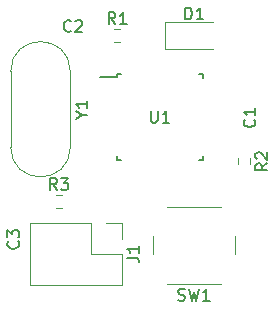
<source format=gbr>
%TF.GenerationSoftware,KiCad,Pcbnew,6.0.11+dfsg-1~bpo11+1*%
%TF.CreationDate,2023-08-17T01:34:46-07:00*%
%TF.ProjectId,electrical_intro_project,656c6563-7472-4696-9361-6c5f696e7472,rev?*%
%TF.SameCoordinates,Original*%
%TF.FileFunction,Legend,Top*%
%TF.FilePolarity,Positive*%
%FSLAX46Y46*%
G04 Gerber Fmt 4.6, Leading zero omitted, Abs format (unit mm)*
G04 Created by KiCad (PCBNEW 6.0.11+dfsg-1~bpo11+1) date 2023-08-17 01:34:46*
%MOMM*%
%LPD*%
G01*
G04 APERTURE LIST*
%ADD10C,0.150000*%
%ADD11C,0.120000*%
G04 APERTURE END LIST*
D10*
%TO.C,Y1*%
X120751190Y-103466190D02*
X121227380Y-103466190D01*
X120227380Y-103799523D02*
X120751190Y-103466190D01*
X120227380Y-103132857D01*
X121227380Y-102275714D02*
X121227380Y-102847142D01*
X121227380Y-102561428D02*
X120227380Y-102561428D01*
X120370238Y-102656666D01*
X120465476Y-102751904D01*
X120513095Y-102847142D01*
%TO.C,U1*%
X126588095Y-103122380D02*
X126588095Y-103931904D01*
X126635714Y-104027142D01*
X126683333Y-104074761D01*
X126778571Y-104122380D01*
X126969047Y-104122380D01*
X127064285Y-104074761D01*
X127111904Y-104027142D01*
X127159523Y-103931904D01*
X127159523Y-103122380D01*
X128159523Y-104122380D02*
X127588095Y-104122380D01*
X127873809Y-104122380D02*
X127873809Y-103122380D01*
X127778571Y-103265238D01*
X127683333Y-103360476D01*
X127588095Y-103408095D01*
%TO.C,SW1*%
X128916666Y-119154761D02*
X129059523Y-119202380D01*
X129297619Y-119202380D01*
X129392857Y-119154761D01*
X129440476Y-119107142D01*
X129488095Y-119011904D01*
X129488095Y-118916666D01*
X129440476Y-118821428D01*
X129392857Y-118773809D01*
X129297619Y-118726190D01*
X129107142Y-118678571D01*
X129011904Y-118630952D01*
X128964285Y-118583333D01*
X128916666Y-118488095D01*
X128916666Y-118392857D01*
X128964285Y-118297619D01*
X129011904Y-118250000D01*
X129107142Y-118202380D01*
X129345238Y-118202380D01*
X129488095Y-118250000D01*
X129821428Y-118202380D02*
X130059523Y-119202380D01*
X130250000Y-118488095D01*
X130440476Y-119202380D01*
X130678571Y-118202380D01*
X131583333Y-119202380D02*
X131011904Y-119202380D01*
X131297619Y-119202380D02*
X131297619Y-118202380D01*
X131202380Y-118345238D01*
X131107142Y-118440476D01*
X131011904Y-118488095D01*
%TO.C,R3*%
X118633333Y-109822380D02*
X118300000Y-109346190D01*
X118061904Y-109822380D02*
X118061904Y-108822380D01*
X118442857Y-108822380D01*
X118538095Y-108870000D01*
X118585714Y-108917619D01*
X118633333Y-109012857D01*
X118633333Y-109155714D01*
X118585714Y-109250952D01*
X118538095Y-109298571D01*
X118442857Y-109346190D01*
X118061904Y-109346190D01*
X118966666Y-108822380D02*
X119585714Y-108822380D01*
X119252380Y-109203333D01*
X119395238Y-109203333D01*
X119490476Y-109250952D01*
X119538095Y-109298571D01*
X119585714Y-109393809D01*
X119585714Y-109631904D01*
X119538095Y-109727142D01*
X119490476Y-109774761D01*
X119395238Y-109822380D01*
X119109523Y-109822380D01*
X119014285Y-109774761D01*
X118966666Y-109727142D01*
%TO.C,R2*%
X136452380Y-107579166D02*
X135976190Y-107912500D01*
X136452380Y-108150595D02*
X135452380Y-108150595D01*
X135452380Y-107769642D01*
X135500000Y-107674404D01*
X135547619Y-107626785D01*
X135642857Y-107579166D01*
X135785714Y-107579166D01*
X135880952Y-107626785D01*
X135928571Y-107674404D01*
X135976190Y-107769642D01*
X135976190Y-108150595D01*
X135547619Y-107198214D02*
X135500000Y-107150595D01*
X135452380Y-107055357D01*
X135452380Y-106817261D01*
X135500000Y-106722023D01*
X135547619Y-106674404D01*
X135642857Y-106626785D01*
X135738095Y-106626785D01*
X135880952Y-106674404D01*
X136452380Y-107245833D01*
X136452380Y-106626785D01*
%TO.C,R1*%
X123583333Y-95772380D02*
X123250000Y-95296190D01*
X123011904Y-95772380D02*
X123011904Y-94772380D01*
X123392857Y-94772380D01*
X123488095Y-94820000D01*
X123535714Y-94867619D01*
X123583333Y-94962857D01*
X123583333Y-95105714D01*
X123535714Y-95200952D01*
X123488095Y-95248571D01*
X123392857Y-95296190D01*
X123011904Y-95296190D01*
X124535714Y-95772380D02*
X123964285Y-95772380D01*
X124250000Y-95772380D02*
X124250000Y-94772380D01*
X124154761Y-94915238D01*
X124059523Y-95010476D01*
X123964285Y-95058095D01*
%TO.C,J1*%
X124572380Y-115563333D02*
X125286666Y-115563333D01*
X125429523Y-115610952D01*
X125524761Y-115706190D01*
X125572380Y-115849047D01*
X125572380Y-115944285D01*
X125572380Y-114563333D02*
X125572380Y-115134761D01*
X125572380Y-114849047D02*
X124572380Y-114849047D01*
X124715238Y-114944285D01*
X124810476Y-115039523D01*
X124858095Y-115134761D01*
%TO.C,D1*%
X129511904Y-95382380D02*
X129511904Y-94382380D01*
X129750000Y-94382380D01*
X129892857Y-94430000D01*
X129988095Y-94525238D01*
X130035714Y-94620476D01*
X130083333Y-94810952D01*
X130083333Y-94953809D01*
X130035714Y-95144285D01*
X129988095Y-95239523D01*
X129892857Y-95334761D01*
X129750000Y-95382380D01*
X129511904Y-95382380D01*
X131035714Y-95382380D02*
X130464285Y-95382380D01*
X130750000Y-95382380D02*
X130750000Y-94382380D01*
X130654761Y-94525238D01*
X130559523Y-94620476D01*
X130464285Y-94668095D01*
%TO.C,C3*%
X115357142Y-114166666D02*
X115404761Y-114214285D01*
X115452380Y-114357142D01*
X115452380Y-114452380D01*
X115404761Y-114595238D01*
X115309523Y-114690476D01*
X115214285Y-114738095D01*
X115023809Y-114785714D01*
X114880952Y-114785714D01*
X114690476Y-114738095D01*
X114595238Y-114690476D01*
X114500000Y-114595238D01*
X114452380Y-114452380D01*
X114452380Y-114357142D01*
X114500000Y-114214285D01*
X114547619Y-114166666D01*
X114452380Y-113833333D02*
X114452380Y-113214285D01*
X114833333Y-113547619D01*
X114833333Y-113404761D01*
X114880952Y-113309523D01*
X114928571Y-113261904D01*
X115023809Y-113214285D01*
X115261904Y-113214285D01*
X115357142Y-113261904D01*
X115404761Y-113309523D01*
X115452380Y-113404761D01*
X115452380Y-113690476D01*
X115404761Y-113785714D01*
X115357142Y-113833333D01*
%TO.C,C2*%
X119833333Y-96357142D02*
X119785714Y-96404761D01*
X119642857Y-96452380D01*
X119547619Y-96452380D01*
X119404761Y-96404761D01*
X119309523Y-96309523D01*
X119261904Y-96214285D01*
X119214285Y-96023809D01*
X119214285Y-95880952D01*
X119261904Y-95690476D01*
X119309523Y-95595238D01*
X119404761Y-95500000D01*
X119547619Y-95452380D01*
X119642857Y-95452380D01*
X119785714Y-95500000D01*
X119833333Y-95547619D01*
X120214285Y-95547619D02*
X120261904Y-95500000D01*
X120357142Y-95452380D01*
X120595238Y-95452380D01*
X120690476Y-95500000D01*
X120738095Y-95547619D01*
X120785714Y-95642857D01*
X120785714Y-95738095D01*
X120738095Y-95880952D01*
X120166666Y-96452380D01*
X120785714Y-96452380D01*
%TO.C,C1*%
X135357142Y-103866666D02*
X135404761Y-103914285D01*
X135452380Y-104057142D01*
X135452380Y-104152380D01*
X135404761Y-104295238D01*
X135309523Y-104390476D01*
X135214285Y-104438095D01*
X135023809Y-104485714D01*
X134880952Y-104485714D01*
X134690476Y-104438095D01*
X134595238Y-104390476D01*
X134500000Y-104295238D01*
X134452380Y-104152380D01*
X134452380Y-104057142D01*
X134500000Y-103914285D01*
X134547619Y-103866666D01*
X135452380Y-102914285D02*
X135452380Y-103485714D01*
X135452380Y-103200000D02*
X134452380Y-103200000D01*
X134595238Y-103295238D01*
X134690476Y-103390476D01*
X134738095Y-103485714D01*
D11*
%TO.C,Y1*%
X114725000Y-106190000D02*
G75*
G03*
X119775000Y-106190000I2525000J0D01*
G01*
X119775000Y-99790000D02*
G75*
G03*
X114725000Y-99790000I-2525000J0D01*
G01*
X114725000Y-99790000D02*
X114725000Y-106190000D01*
X119775000Y-99790000D02*
X119775000Y-106190000D01*
D10*
%TO.C,U1*%
X123725000Y-100270000D02*
X122300000Y-100270000D01*
X123725000Y-107295000D02*
X123725000Y-106970000D01*
X130975000Y-107295000D02*
X130650000Y-107295000D01*
X130975000Y-107295000D02*
X130975000Y-106970000D01*
X130975000Y-100045000D02*
X130975000Y-100370000D01*
X130975000Y-100045000D02*
X130650000Y-100045000D01*
X123725000Y-100045000D02*
X124050000Y-100045000D01*
X123725000Y-100045000D02*
X123725000Y-100270000D01*
X123725000Y-107295000D02*
X124050000Y-107295000D01*
D11*
%TO.C,SW1*%
X128000000Y-117750000D02*
X132500000Y-117750000D01*
X133750000Y-115250000D02*
X133750000Y-113750000D01*
X126750000Y-113750000D02*
X126750000Y-115250000D01*
X132500000Y-111250000D02*
X128000000Y-111250000D01*
%TO.C,R3*%
X118545276Y-110277500D02*
X119054724Y-110277500D01*
X118545276Y-111322500D02*
X119054724Y-111322500D01*
%TO.C,R2*%
X133977500Y-107667224D02*
X133977500Y-107157776D01*
X135022500Y-107667224D02*
X135022500Y-107157776D01*
%TO.C,R1*%
X123495276Y-96227500D02*
X124004724Y-96227500D01*
X123495276Y-97272500D02*
X124004724Y-97272500D01*
%TO.C,J1*%
X121520000Y-115230000D02*
X124120000Y-115230000D01*
X116380000Y-112630000D02*
X116380000Y-117830000D01*
X124120000Y-117830000D02*
X116380000Y-117830000D01*
X124120000Y-112630000D02*
X124120000Y-113960000D01*
X121520000Y-112630000D02*
X116380000Y-112630000D01*
X121520000Y-112630000D02*
X121520000Y-115230000D01*
X122790000Y-112630000D02*
X124120000Y-112630000D01*
X124120000Y-115230000D02*
X124120000Y-117830000D01*
%TO.C,D1*%
X127790000Y-97885000D02*
X131850000Y-97885000D01*
X127790000Y-95615000D02*
X127790000Y-97885000D01*
X131850000Y-95615000D02*
X127790000Y-95615000D01*
%TD*%
M02*

</source>
